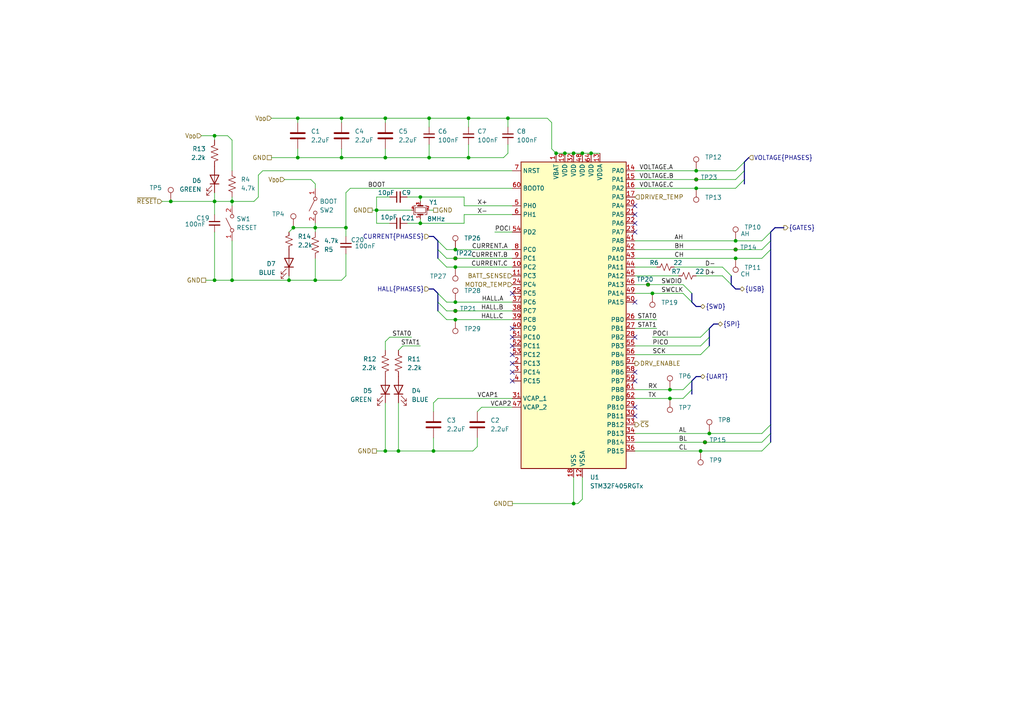
<source format=kicad_sch>
(kicad_sch (version 20231120) (generator "eeschema") (generator_version "8.0")
  (paper "A4")
  (title_block (title "OpenMC") (date "2024-06-06") (rev "1") (company "Crab Labs") (comment 1 "Author: Orion Serup") (comment 2 "License: CERN-OHW-W-2.0"))
  (lib_symbols
    (symbol "Connector:TestPoint" (pin_numbers hide) (pin_names (offset 0.762) hide)
      (property "Reference" "TP" (at 0 6.858 0))
      (property "Value" "TestPoint" (at 0 5.08 0))
      (symbol "TestPoint_0_1"
        (circle (center 0 3.302) (radius 0.762))
      )
      (symbol "TestPoint_1_1"
        (pin passive line (at 0 0 90) (length 2.54) (name "1") (number "1"))
      )
    )
    (symbol "Connector:TestPoint_Small" (pin_numbers hide) (pin_names (offset 0.762) hide)
      (property "Reference" "TP" (at 0 3.81 0))
      (property "Value" "TestPoint_Small" (at 0 2.032 0))
      (symbol "TestPoint_Small_0_1"
        (circle (center 0 0) (radius 0.508))
      )
      (symbol "TestPoint_Small_1_1"
        (pin passive line (at 0 0 90) (length 0) (name "1") (number "1"))
      )
    )
    (symbol "Device:C" (pin_numbers hide) (pin_names (offset 0.254))
      (property "Reference" "C" (at 0.635 2.54 0))
      (property "Value" "C" (at 0.635 -2.54 0))
      (symbol "C_0_1"
        (polyline (pts (xy -2.032 -0.762) (xy 2.032 -0.762)) (stroke (width 0.508)))
        (polyline (pts (xy -2.032 0.762) (xy 2.032 0.762)) (stroke (width 0.508)))
      )
      (symbol "C_1_1"
        (pin passive line (at 0 3.81 270) (length 2.794) (name "~") (number "1"))
        (pin passive line (at 0 -3.81 90) (length 2.794) (name "~") (number "2"))
      )
    )
    (symbol "Device:C_Small" (pin_numbers hide) (pin_names (offset 0.254) hide)
      (property "Reference" "C" (at 0.254 1.778 0))
      (property "Value" "C_Small" (at 0.254 -2.032 0))
      (symbol "C_Small_0_1"
        (polyline (pts (xy -1.524 -0.508) (xy 1.524 -0.508)) (stroke (width 0.3302)))
        (polyline (pts (xy -1.524 0.508) (xy 1.524 0.508)) (stroke (width 0.3048)))
      )
      (symbol "C_Small_1_1"
        (pin passive line (at 0 2.54 270) (length 2.032) (name "~") (number "1"))
        (pin passive line (at 0 -2.54 90) (length 2.032) (name "~") (number "2"))
      )
    )
    (symbol "Device:Crystal_GND24_Small" (pin_names (offset 1.016) hide)
      (property "Reference" "Y" (at 1.27 4.445 0))
      (property "Value" "Crystal_GND24_Small" (at 1.27 2.54 0))
      (symbol "Crystal_GND24_Small_0_1"
        (rectangle (start -0.762 -1.524) (end 0.762 1.524))
        (polyline (pts (xy -1.27 -0.762) (xy -1.27 0.762)) (stroke (width 0.381)))
        (polyline (pts (xy 1.27 -0.762) (xy 1.27 0.762)) (stroke (width 0.381)))
        (polyline (pts (xy -1.27 -1.27) (xy -1.27 -1.905) (xy 1.27 -1.905) (xy 1.27 -1.27)))
        (polyline (pts (xy -1.27 1.27) (xy -1.27 1.905) (xy 1.27 1.905) (xy 1.27 1.27)))
      )
      (symbol "Crystal_GND24_Small_1_1"
        (pin passive line (at -2.54 0 0) (length 1.27) (name "1") (number "1"))
        (pin passive line (at 0 -2.54 90) (length 0.635) (name "2") (number "2"))
        (pin passive line (at 2.54 0 180) (length 1.27) (name "3") (number "3"))
        (pin passive line (at 0 2.54 270) (length 0.635) (name "4") (number "4"))
      )
    )
    (symbol "Device:LED" (pin_numbers hide) (pin_names (offset 1.016) hide)
      (property "Reference" "D" (at 0 2.54 0))
      (property "Value" "LED" (at 0 -2.54 0))
      (symbol "LED_0_1"
        (polyline (pts (xy -1.27 -1.27) (xy -1.27 1.27)) (stroke (width 0.254)))
        (polyline (pts (xy -1.27 0) (xy 1.27 0)))
        (polyline (pts (xy 1.27 -1.27) (xy 1.27 1.27) (xy -1.27 0) (xy 1.27 -1.27)) (stroke (width 0.254)))
        (polyline (pts (xy -3.048 -0.762) (xy -4.572 -2.286) (xy -3.81 -2.286) (xy -4.572 -2.286) (xy -4.572 -1.524)))
        (polyline (pts (xy -1.778 -0.762) (xy -3.302 -2.286) (xy -2.54 -2.286) (xy -3.302 -2.286) (xy -3.302 -1.524)))
      )
      (symbol "LED_1_1"
        (pin passive line (at -3.81 0 0) (length 2.54) (name "K") (number "1"))
        (pin passive line (at 3.81 0 180) (length 2.54) (name "A") (number "2"))
      )
    )
    (symbol "Device:R_Small_US" (pin_numbers hide) (pin_names (offset 0.254) hide)
      (property "Reference" "R" (at 0.762 0.508 0))
      (property "Value" "R_Small_US" (at 0.762 -1.016 0))
      (symbol "R_Small_US_1_1"
        (polyline (pts (xy 0 0) (xy 1.016 -0.381) (xy 0 -0.762) (xy -1.016 -1.143) (xy 0 -1.524)))
        (polyline (pts (xy 0 1.524) (xy 1.016 1.143) (xy 0 0.762) (xy -1.016 0.381) (xy 0 0)))
        (pin passive line (at 0 2.54 270) (length 1.016) (name "~") (number "1"))
        (pin passive line (at 0 -2.54 90) (length 1.016) (name "~") (number "2"))
      )
    )
    (symbol "Device:R_US" (pin_numbers hide) (pin_names (offset 0))
      (property "Reference" "R" (at 2.54 0 90))
      (property "Value" "R_US" (at -2.54 0 90))
      (symbol "R_US_0_1"
        (polyline (pts (xy 0 -2.286) (xy 0 -2.54)))
        (polyline (pts (xy 0 2.286) (xy 0 2.54)))
        (polyline (pts (xy 0 -0.762) (xy 1.016 -1.143) (xy 0 -1.524) (xy -1.016 -1.905) (xy 0 -2.286)))
        (polyline (pts (xy 0 0.762) (xy 1.016 0.381) (xy 0 0) (xy -1.016 -0.381) (xy 0 -0.762)))
        (polyline (pts (xy 0 2.286) (xy 1.016 1.905) (xy 0 1.524) (xy -1.016 1.143) (xy 0 0.762)))
      )
      (symbol "R_US_1_1"
        (pin passive line (at 0 3.81 270) (length 1.27) (name "~") (number "1"))
        (pin passive line (at 0 -3.81 90) (length 1.27) (name "~") (number "2"))
      )
    )
    (symbol "MCU_ST_STM32F4:STM32F405RGTx"
      (property "Reference" "U" (at -15.24 46.99 0))
      (property "Value" "STM32F405RGTx" (at 10.16 46.99 0))
      (symbol "STM32F405RGTx_0_1"
        (rectangle (start -15.24 -43.18) (end 15.24 45.72) (stroke (width 0.254)) (fill (type background)))
      )
      (symbol "STM32F405RGTx_1_1"
        (pin power_in line (at -5.08 48.26 270) (length 2.54) (name "VBAT") (number "1"))
        (pin bidirectional line (at -17.78 15.24 0) (length 2.54) (name "PC2") (number "10"))
        (pin bidirectional line (at -17.78 12.7 0) (length 2.54) (name "PC3") (number "11"))
        (pin power_in line (at 2.54 -45.72 90) (length 2.54) (name "VSSA") (number "12"))
        (pin power_in line (at 7.62 48.26 270) (length 2.54) (name "VDDA") (number "13"))
        (pin bidirectional line (at 17.78 43.18 180) (length 2.54) (name "PA0") (number "14"))
        (pin bidirectional line (at 17.78 40.64 180) (length 2.54) (name "PA1") (number "15"))
        (pin bidirectional line (at 17.78 38.1 180) (length 2.54) (name "PA2") (number "16"))
        (pin bidirectional line (at 17.78 35.56 180) (length 2.54) (name "PA3") (number "17"))
        (pin power_in line (at 0 -45.72 90) (length 2.54) (name "VSS") (number "18"))
        (pin power_in line (at -2.54 48.26 270) (length 2.54) (name "VDD") (number "19"))
        (pin bidirectional line (at -17.78 -12.7 0) (length 2.54) (name "PC13") (number "2"))
        (pin bidirectional line (at 17.78 33.02 180) (length 2.54) (name "PA4") (number "20"))
        (pin bidirectional line (at 17.78 30.48 180) (length 2.54) (name "PA5") (number "21"))
        (pin bidirectional line (at 17.78 27.94 180) (length 2.54) (name "PA6") (number "22"))
        (pin bidirectional line (at 17.78 25.4 180) (length 2.54) (name "PA7") (number "23"))
        (pin bidirectional line (at -17.78 10.16 0) (length 2.54) (name "PC4") (number "24"))
        (pin bidirectional line (at -17.78 7.62 0) (length 2.54) (name "PC5") (number "25"))
        (pin bidirectional line (at 17.78 0 180) (length 2.54) (name "PB0") (number "26"))
        (pin bidirectional line (at 17.78 -2.54 180) (length 2.54) (name "PB1") (number "27"))
        (pin bidirectional line (at 17.78 -5.08 180) (length 2.54) (name "PB2") (number "28"))
        (pin bidirectional line (at 17.78 -25.4 180) (length 2.54) (name "PB10") (number "29"))
        (pin bidirectional line (at -17.78 -15.24 0) (length 2.54) (name "PC14") (number "3"))
        (pin bidirectional line (at 17.78 -27.94 180) (length 2.54) (name "PB11") (number "30"))
        (pin power_out line (at -17.78 -22.86 0) (length 2.54) (name "VCAP_1") (number "31"))
        (pin power_in line (at 0 48.26 270) (length 2.54) (name "VDD") (number "32"))
        (pin bidirectional line (at 17.78 -30.48 180) (length 2.54) (name "PB12") (number "33"))
        (pin bidirectional line (at 17.78 -33.02 180) (length 2.54) (name "PB13") (number "34"))
        (pin bidirectional line (at 17.78 -35.56 180) (length 2.54) (name "PB14") (number "35"))
        (pin bidirectional line (at 17.78 -38.1 180) (length 2.54) (name "PB15") (number "36"))
        (pin bidirectional line (at -17.78 5.08 0) (length 2.54) (name "PC6") (number "37"))
        (pin bidirectional line (at -17.78 2.54 0) (length 2.54) (name "PC7") (number "38"))
        (pin bidirectional line (at -17.78 0 0) (length 2.54) (name "PC8") (number "39"))
        (pin bidirectional line (at -17.78 -17.78 0) (length 2.54) (name "PC15") (number "4"))
        (pin bidirectional line (at -17.78 -2.54 0) (length 2.54) (name "PC9") (number "40"))
        (pin bidirectional line (at 17.78 22.86 180) (length 2.54) (name "PA8") (number "41"))
        (pin bidirectional line (at 17.78 20.32 180) (length 2.54) (name "PA9") (number "42"))
        (pin bidirectional line (at 17.78 17.78 180) (length 2.54) (name "PA10") (number "43"))
        (pin bidirectional line (at 17.78 15.24 180) (length 2.54) (name "PA11") (number "44"))
        (pin bidirectional line (at 17.78 12.7 180) (length 2.54) (name "PA12") (number "45"))
        (pin bidirectional line (at 17.78 10.16 180) (length 2.54) (name "PA13") (number "46"))
        (pin power_out line (at -17.78 -25.4 0) (length 2.54) (name "VCAP_2") (number "47"))
        (pin power_in line (at 2.54 48.26 270) (length 2.54) (name "VDD") (number "48"))
        (pin bidirectional line (at 17.78 7.62 180) (length 2.54) (name "PA14") (number "49"))
        (pin bidirectional line (at -17.78 33.02 0) (length 2.54) (name "PH0") (number "5"))
        (pin bidirectional line (at 17.78 5.08 180) (length 2.54) (name "PA15") (number "50"))
        (pin bidirectional line (at -17.78 -5.08 0) (length 2.54) (name "PC10") (number "51"))
        (pin bidirectional line (at -17.78 -7.62 0) (length 2.54) (name "PC11") (number "52"))
        (pin bidirectional line (at -17.78 -10.16 0) (length 2.54) (name "PC12") (number "53"))
        (pin bidirectional line (at -17.78 25.4 0) (length 2.54) (name "PD2") (number "54"))
        (pin bidirectional line (at 17.78 -7.62 180) (length 2.54) (name "PB3") (number "55"))
        (pin bidirectional line (at 17.78 -10.16 180) (length 2.54) (name "PB4") (number "56"))
        (pin bidirectional line (at 17.78 -12.7 180) (length 2.54) (name "PB5") (number "57"))
        (pin bidirectional line (at 17.78 -15.24 180) (length 2.54) (name "PB6") (number "58"))
        (pin bidirectional line (at 17.78 -17.78 180) (length 2.54) (name "PB7") (number "59"))
        (pin bidirectional line (at -17.78 30.48 0) (length 2.54) (name "PH1") (number "6"))
        (pin input line (at -17.78 38.1 0) (length 2.54) (name "BOOT0") (number "60"))
        (pin bidirectional line (at 17.78 -20.32 180) (length 2.54) (name "PB8") (number "61"))
        (pin bidirectional line (at 17.78 -22.86 180) (length 2.54) (name "PB9") (number "62"))
        (pin passive line (at 0 -45.72 90) (length 2.54) hide (name "VSS") (number "63"))
        (pin power_in line (at 5.08 48.26 270) (length 2.54) (name "VDD") (number "64"))
        (pin input line (at -17.78 43.18 0) (length 2.54) (name "NRST") (number "7"))
        (pin bidirectional line (at -17.78 20.32 0) (length 2.54) (name "PC0") (number "8"))
        (pin bidirectional line (at -17.78 17.78 0) (length 2.54) (name "PC1") (number "9"))
      )
    )
    (symbol "Switch:SW_SPST" (pin_names (offset 0) hide)
      (property "Reference" "SW" (at 0 3.175 0))
      (property "Value" "SW_SPST" (at 0 -2.54 0))
      (symbol "SW_SPST_0_0"
        (circle (center -2.032 0) (radius 0.508))
        (polyline (pts (xy -1.524 0.254) (xy 1.524 1.778)))
        (circle (center 2.032 0) (radius 0.508))
      )
      (symbol "SW_SPST_1_1"
        (pin passive line (at -5.08 0 0) (length 2.54) (name "A") (number "1"))
        (pin passive line (at 5.08 0 180) (length 2.54) (name "B") (number "2"))
      )
    )
  )
  (bus_alias "CAN" (members "CAN+" "CAN-"))
  (bus_alias "GATES" (members "AH" "AL" "BH" "BL" "CH" "CL"))
  (bus_alias "PHASES" (members "A" "B" "C"))
  (bus_alias "SPI" (members "PICO" "POCI" "SCK" ""))
  (bus_alias "SWD" (members "SWDIO" "SWCLK"))
  (bus_alias "UART" (members "RX" "TX"))
  (bus_alias "USB" (members "D+" "D-"))
  (junction (at 100.33 66.04))
  (junction (at 115.57 130.81))
  (junction (at 163.83 44.45))
  (junction (at 166.37 146.05))
  (junction (at 166.37 44.45))
  (junction (at 213.36 72.39))
  (junction (at 99.06 45.72))
  (junction (at 203.2 130.81))
  (junction (at 85.09 66.04))
  (junction (at 135.89 34.29))
  (junction (at 132.08 74.93))
  (junction (at 168.91 44.45))
  (junction (at 132.08 90.17))
  (junction (at 204.47 128.27))
  (junction (at 62.23 58.42))
  (junction (at 147.32 34.29))
  (junction (at 67.31 58.42))
  (junction (at 91.44 66.04))
  (junction (at 109.22 60.96))
  (junction (at 132.08 87.63))
  (junction (at 62.23 81.28))
  (junction (at 111.76 34.29))
  (junction (at 86.36 34.29))
  (junction (at 201.93 52.07))
  (junction (at 201.93 54.61))
  (junction (at 124.46 45.72))
  (junction (at 132.08 77.47))
  (junction (at 213.36 74.93))
  (junction (at 121.92 64.77))
  (junction (at 91.44 81.28))
  (junction (at 187.96 82.55))
  (junction (at 194.31 115.57))
  (junction (at 99.06 34.29))
  (junction (at 125.73 130.81))
  (junction (at 67.31 81.28))
  (junction (at 189.23 85.09))
  (junction (at 171.45 44.45))
  (junction (at 161.29 44.45))
  (junction (at 213.36 69.85))
  (junction (at 86.36 45.72))
  (junction (at 205.74 125.73))
  (junction (at 124.46 34.29))
  (junction (at 121.92 57.15))
  (junction (at 62.23 39.37))
  (junction (at 83.82 81.28))
  (junction (at 135.89 45.72))
  (junction (at 111.76 45.72))
  (junction (at 49.53 58.42))
  (junction (at 194.31 113.03))
  (junction (at 132.08 92.71))
  (junction (at 132.08 72.39))
  (junction (at 201.93 49.53))
  (junction (at 111.76 130.81))
  (no_connect (at 184.15 118.11))
  (no_connect (at 184.15 97.79))
  (no_connect (at 184.15 87.63))
  (no_connect (at 148.59 95.25))
  (no_connect (at 184.15 120.65))
  (no_connect (at 184.15 62.23))
  (no_connect (at 148.59 85.09))
  (no_connect (at 184.15 107.95))
  (no_connect (at 148.59 107.95))
  (no_connect (at 148.59 110.49))
  (no_connect (at 184.15 110.49))
  (no_connect (at 184.15 67.31))
  (no_connect (at 148.59 102.87))
  (no_connect (at 148.59 97.79))
  (no_connect (at 148.59 100.33))
  (no_connect (at 184.15 59.69))
  (no_connect (at 148.59 105.41))
  (no_connect (at 184.15 64.77))
  (bus_entry (at 127 72.39) (size 2.54 2.54))
  (bus_entry (at 223.52 67.31) (size -2.54 2.54))
  (bus_entry (at 215.9 49.53) (size -2.54 2.54))
  (bus_entry (at 223.52 125.73) (size -2.54 2.54))
  (bus_entry (at 200.66 113.03) (size -2.54 2.54))
  (bus_entry (at 200.66 85.09) (size -2.54 -2.54))
  (bus_entry (at 127 87.63) (size 2.54 2.54))
  (bus_entry (at 127 69.85) (size 2.54 2.54))
  (bus_entry (at 223.52 128.27) (size -2.54 2.54))
  (bus_entry (at 127 90.17) (size 2.54 2.54))
  (bus_entry (at 205.74 95.25) (size -2.54 2.54))
  (bus_entry (at 200.66 87.63) (size -2.54 -2.54))
  (bus_entry (at 127 85.09) (size 2.54 2.54))
  (bus_entry (at 205.74 100.33) (size -2.54 2.54))
  (bus_entry (at 223.52 123.19) (size -2.54 2.54))
  (bus_entry (at 215.9 52.07) (size -2.54 2.54))
  (bus_entry (at 200.66 110.49) (size -2.54 2.54))
  (bus_entry (at 127 74.93) (size 2.54 2.54))
  (bus_entry (at 212.09 82.55) (size -2.54 -2.54))
  (bus_entry (at 205.74 97.79) (size -2.54 2.54))
  (bus_entry (at 223.52 69.85) (size -2.54 2.54))
  (bus_entry (at 212.09 80.01) (size -2.54 -2.54))
  (bus_entry (at 215.9 46.99) (size -2.54 2.54))
  (bus_entry (at 223.52 72.39) (size -2.54 2.54))
  (wire (pts (xy 125.73 130.81) (xy 137.16 130.81)))
  (wire (pts (xy 67.31 81.28) (xy 83.82 81.28)))
  (wire (pts (xy 76.2 49.53) (xy 148.59 49.53)))
  (wire (pts (xy 195.58 77.47) (xy 209.55 77.47)))
  (wire (pts (xy 115.57 130.81) (xy 125.73 130.81)))
  (wire (pts (xy 205.74 125.73) (xy 220.98 125.73)))
  (wire (pts (xy 184.15 72.39) (xy 213.36 72.39)))
  (wire (pts (xy 124.46 41.91) (xy 124.46 45.72)))
  (wire (pts (xy 184.15 125.73) (xy 205.74 125.73)))
  (wire (pts (xy 138.43 119.38) (xy 139.7 118.11)))
  (bus (pts (xy 213.36 83.82) (xy 214.63 83.82)))
  (wire (pts (xy 86.36 34.29) (xy 99.06 34.29)))
  (bus (pts (xy 127 72.39) (xy 127 74.93)))
  (wire (pts (xy 86.36 34.29) (xy 86.36 35.56)))
  (wire (pts (xy 83.82 81.28) (xy 91.44 81.28)))
  (wire (pts (xy 125.73 116.84) (xy 127 115.57)))
  (wire (pts (xy 213.36 69.85) (xy 220.98 69.85)))
  (wire (pts (xy 116.84 100.33) (xy 115.57 101.6)))
  (wire (pts (xy 184.15 54.61) (xy 201.93 54.61)))
  (wire (pts (xy 166.37 146.05) (xy 167.64 146.05)))
  (bus (pts (xy 223.52 123.19) (xy 223.52 125.73)))
  (wire (pts (xy 111.76 43.18) (xy 111.76 45.72)))
  (wire (pts (xy 184.15 113.03) (xy 194.31 113.03)))
  (wire (pts (xy 201.93 54.61) (xy 213.36 54.61)))
  (wire (pts (xy 100.33 73.66) (xy 100.33 80.01)))
  (wire (pts (xy 167.64 146.05) (xy 168.91 144.78)))
  (bus (pts (xy 223.52 72.39) (xy 223.52 123.19)))
  (wire (pts (xy 184.15 95.25) (xy 190.5 95.25)))
  (bus (pts (xy 200.66 110.49) (xy 200.66 113.03)))
  (wire (pts (xy 118.11 57.15) (xy 121.92 57.15)))
  (wire (pts (xy 184.15 128.27) (xy 204.47 128.27)))
  (wire (pts (xy 111.76 116.84) (xy 111.76 130.81)))
  (wire (pts (xy 134.62 59.69) (xy 148.59 59.69)))
  (bus (pts (xy 124.46 83.82) (xy 125.73 83.82)))
  (wire (pts (xy 115.57 116.84) (xy 115.57 130.81)))
  (wire (pts (xy 62.23 58.42) (xy 62.23 62.23)))
  (wire (pts (xy 187.96 82.55) (xy 198.12 82.55)))
  (wire (pts (xy 163.83 44.45) (xy 166.37 44.45)))
  (wire (pts (xy 147.32 34.29) (xy 147.32 36.83)))
  (bus (pts (xy 215.9 52.07) (xy 215.9 53.34)))
  (wire (pts (xy 138.43 127) (xy 138.43 129.54)))
  (bus (pts (xy 201.93 109.22) (xy 203.2 109.22)))
  (wire (pts (xy 59.69 81.28) (xy 62.23 81.28)))
  (bus (pts (xy 125.73 83.82) (xy 127 85.09)))
  (wire (pts (xy 146.05 45.72) (xy 147.32 44.45)))
  (wire (pts (xy 111.76 34.29) (xy 124.46 34.29)))
  (bus (pts (xy 213.36 83.82) (xy 212.09 82.55)))
  (wire (pts (xy 160.02 35.56) (xy 160.02 43.18)))
  (wire (pts (xy 111.76 45.72) (xy 124.46 45.72)))
  (wire (pts (xy 116.84 100.33) (xy 121.92 100.33)))
  (wire (pts (xy 62.23 39.37) (xy 66.04 39.37)))
  (wire (pts (xy 184.15 100.33) (xy 203.2 100.33)))
  (wire (pts (xy 90.17 52.07) (xy 91.44 53.34)))
  (wire (pts (xy 107.95 60.96) (xy 109.22 60.96)))
  (wire (pts (xy 201.93 49.53) (xy 213.36 49.53)))
  (wire (pts (xy 184.15 115.57) (xy 194.31 115.57)))
  (wire (pts (xy 184.15 52.07) (xy 201.93 52.07)))
  (wire (pts (xy 109.22 57.15) (xy 113.03 57.15)))
  (wire (pts (xy 85.09 66.04) (xy 83.82 67.31)))
  (wire (pts (xy 111.76 34.29) (xy 111.76 35.56)))
  (wire (pts (xy 148.59 146.05) (xy 166.37 146.05)))
  (wire (pts (xy 91.44 64.77) (xy 91.44 66.04)))
  (wire (pts (xy 147.32 34.29) (xy 158.75 34.29)))
  (wire (pts (xy 121.92 57.15) (xy 134.62 57.15)))
  (wire (pts (xy 135.89 34.29) (xy 147.32 34.29)))
  (wire (pts (xy 135.89 45.72) (xy 146.05 45.72)))
  (bus (pts (xy 201.93 88.9) (xy 203.2 88.9)))
  (wire (pts (xy 83.82 81.28) (xy 83.82 80.01)))
  (wire (pts (xy 99.06 34.29) (xy 111.76 34.29)))
  (wire (pts (xy 135.89 34.29) (xy 135.89 36.83)))
  (wire (pts (xy 100.33 55.88) (xy 100.33 66.04)))
  (wire (pts (xy 121.92 63.5) (xy 121.92 64.77)))
  (wire (pts (xy 213.36 72.39) (xy 220.98 72.39)))
  (bus (pts (xy 127 69.85) (xy 127 72.39)))
  (wire (pts (xy 125.73 127) (xy 125.73 130.81)))
  (wire (pts (xy 67.31 69.85) (xy 67.31 81.28)))
  (wire (pts (xy 100.33 66.04) (xy 100.33 68.58)))
  (wire (pts (xy 132.08 92.71) (xy 148.59 92.71)))
  (bus (pts (xy 223.52 69.85) (xy 223.52 72.39)))
  (wire (pts (xy 67.31 57.15) (xy 67.31 58.42)))
  (wire (pts (xy 109.22 60.96) (xy 119.38 60.96)))
  (wire (pts (xy 137.16 130.81) (xy 138.43 129.54)))
  (bus (pts (xy 205.74 97.79) (xy 205.74 100.33)))
  (wire (pts (xy 46.99 58.42) (xy 49.53 58.42)))
  (wire (pts (xy 101.6 54.61) (xy 148.59 54.61)))
  (wire (pts (xy 82.55 52.07) (xy 90.17 52.07)))
  (wire (pts (xy 184.15 74.93) (xy 213.36 74.93)))
  (wire (pts (xy 67.31 58.42) (xy 73.66 58.42)))
  (bus (pts (xy 124.46 68.58) (xy 125.73 68.58)))
  (wire (pts (xy 184.15 92.71) (xy 190.5 92.71)))
  (wire (pts (xy 147.32 41.91) (xy 147.32 44.45)))
  (wire (pts (xy 62.23 81.28) (xy 67.31 81.28)))
  (bus (pts (xy 201.93 109.22) (xy 200.66 110.49)))
  (wire (pts (xy 113.03 97.79) (xy 119.38 97.79)))
  (wire (pts (xy 129.54 74.93) (xy 132.08 74.93)))
  (wire (pts (xy 111.76 130.81) (xy 115.57 130.81)))
  (bus (pts (xy 201.93 88.9) (xy 200.66 87.63)))
  (wire (pts (xy 99.06 45.72) (xy 111.76 45.72)))
  (wire (pts (xy 129.54 92.71) (xy 132.08 92.71)))
  (wire (pts (xy 143.51 67.31) (xy 148.59 67.31)))
  (wire (pts (xy 129.54 72.39) (xy 132.08 72.39)))
  (bus (pts (xy 212.09 82.55) (xy 212.09 80.01)))
  (bus (pts (xy 207.01 93.98) (xy 205.74 95.25)))
  (wire (pts (xy 121.92 64.77) (xy 134.62 64.77)))
  (wire (pts (xy 67.31 40.64) (xy 67.31 49.53)))
  (bus (pts (xy 224.79 66.04) (xy 227.33 66.04)))
  (wire (pts (xy 171.45 44.45) (xy 173.99 44.45)))
  (wire (pts (xy 109.22 57.15) (xy 109.22 60.96)))
  (wire (pts (xy 168.91 138.43) (xy 168.91 144.78)))
  (wire (pts (xy 99.06 34.29) (xy 99.06 35.56)))
  (wire (pts (xy 189.23 97.79) (xy 203.2 97.79)))
  (bus (pts (xy 224.79 66.04) (xy 223.52 67.31)))
  (wire (pts (xy 194.31 113.03) (xy 198.12 113.03)))
  (wire (pts (xy 74.93 57.15) (xy 73.66 58.42)))
  (wire (pts (xy 100.33 55.88) (xy 101.6 54.61)))
  (wire (pts (xy 168.91 44.45) (xy 171.45 44.45)))
  (wire (pts (xy 109.22 60.96) (xy 109.22 64.77)))
  (wire (pts (xy 184.15 82.55) (xy 187.96 82.55)))
  (wire (pts (xy 161.29 44.45) (xy 163.83 44.45)))
  (wire (pts (xy 166.37 138.43) (xy 166.37 146.05)))
  (wire (pts (xy 194.31 115.57) (xy 198.12 115.57)))
  (wire (pts (xy 91.44 66.04) (xy 100.33 66.04)))
  (wire (pts (xy 166.37 44.45) (xy 168.91 44.45)))
  (wire (pts (xy 132.08 74.93) (xy 148.59 74.93)))
  (bus (pts (xy 217.17 45.72) (xy 215.9 46.99)))
  (bus (pts (xy 127 85.09) (xy 127 87.63)))
  (wire (pts (xy 135.89 41.91) (xy 135.89 45.72)))
  (wire (pts (xy 129.54 90.17) (xy 132.08 90.17)))
  (wire (pts (xy 76.2 49.53) (xy 74.93 50.8)))
  (wire (pts (xy 125.73 119.38) (xy 125.73 116.84)))
  (wire (pts (xy 124.46 34.29) (xy 124.46 36.83)))
  (wire (pts (xy 74.93 50.8) (xy 74.93 57.15)))
  (wire (pts (xy 184.15 77.47) (xy 190.5 77.47)))
  (wire (pts (xy 91.44 81.28) (xy 99.06 81.28)))
  (wire (pts (xy 62.23 67.31) (xy 62.23 81.28)))
  (wire (pts (xy 113.03 97.79) (xy 111.76 99.06)))
  (wire (pts (xy 62.23 39.37) (xy 62.23 40.64)))
  (wire (pts (xy 66.04 39.37) (xy 67.31 40.64)))
  (wire (pts (xy 111.76 99.06) (xy 111.76 101.6)))
  (bus (pts (xy 215.9 46.99) (xy 215.9 49.53)))
  (wire (pts (xy 184.15 85.09) (xy 189.23 85.09)))
  (wire (pts (xy 124.46 45.72) (xy 135.89 45.72)))
  (wire (pts (xy 134.62 57.15) (xy 134.62 59.69)))
  (wire (pts (xy 62.23 58.42) (xy 67.31 58.42)))
  (wire (pts (xy 160.02 43.18) (xy 161.29 44.45)))
  (wire (pts (xy 129.54 87.63) (xy 132.08 87.63)))
  (wire (pts (xy 201.93 80.01) (xy 209.55 80.01)))
  (bus (pts (xy 223.52 67.31) (xy 223.52 69.85)))
  (bus (pts (xy 215.9 49.53) (xy 215.9 52.07)))
  (wire (pts (xy 213.36 74.93) (xy 220.98 74.93)))
  (wire (pts (xy 203.2 130.81) (xy 220.98 130.81)))
  (wire (pts (xy 201.93 52.07) (xy 213.36 52.07)))
  (wire (pts (xy 134.62 62.23) (xy 148.59 62.23)))
  (wire (pts (xy 99.06 43.18) (xy 99.06 45.72)))
  (wire (pts (xy 49.53 58.42) (xy 62.23 58.42)))
  (wire (pts (xy 127 115.57) (xy 148.59 115.57)))
  (wire (pts (xy 78.74 45.72) (xy 86.36 45.72)))
  (wire (pts (xy 189.23 85.09) (xy 198.12 85.09)))
  (wire (pts (xy 121.92 57.15) (xy 121.92 58.42)))
  (wire (pts (xy 91.44 74.93) (xy 91.44 81.28)))
  (bus (pts (xy 205.74 95.25) (xy 205.74 97.79)))
  (wire (pts (xy 184.15 102.87) (xy 203.2 102.87)))
  (wire (pts (xy 139.7 118.11) (xy 148.59 118.11)))
  (wire (pts (xy 86.36 43.18) (xy 86.36 45.72)))
  (wire (pts (xy 204.47 128.27) (xy 220.98 128.27)))
  (wire (pts (xy 109.22 64.77) (xy 113.03 64.77)))
  (wire (pts (xy 184.15 130.81) (xy 203.2 130.81)))
  (bus (pts (xy 208.28 93.98) (xy 207.01 93.98)))
  (wire (pts (xy 124.46 34.29) (xy 135.89 34.29)))
  (bus (pts (xy 127 87.63) (xy 127 90.17)))
  (wire (pts (xy 62.23 55.88) (xy 62.23 58.42)))
  (wire (pts (xy 129.54 77.47) (xy 132.08 77.47)))
  (wire (pts (xy 100.33 80.01) (xy 99.06 81.28)))
  (wire (pts (xy 184.15 80.01) (xy 196.85 80.01)))
  (wire (pts (xy 158.75 34.29) (xy 160.02 35.56)))
  (wire (pts (xy 184.15 69.85) (xy 213.36 69.85)))
  (wire (pts (xy 118.11 64.77) (xy 121.92 64.77)))
  (wire (pts (xy 184.15 49.53) (xy 201.93 49.53)))
  (wire (pts (xy 58.42 39.37) (xy 62.23 39.37)))
  (wire (pts (xy 86.36 45.72) (xy 99.06 45.72)))
  (wire (pts (xy 132.08 90.17) (xy 148.59 90.17)))
  (wire (pts (xy 67.31 58.42) (xy 67.31 59.69)))
  (bus (pts (xy 200.66 87.63) (xy 200.66 85.09)))
  (wire (pts (xy 134.62 62.23) (xy 134.62 64.77)))
  (wire (pts (xy 78.74 34.29) (xy 86.36 34.29)))
  (wire (pts (xy 91.44 53.34) (xy 91.44 54.61)))
  (wire (pts (xy 132.08 77.47) (xy 148.59 77.47)))
  (bus (pts (xy 200.66 113.03) (xy 200.66 114.3)))
  (wire (pts (xy 124.46 60.96) (xy 125.73 60.96)))
  (bus (pts (xy 223.52 125.73) (xy 223.52 128.27)))
  (wire (pts (xy 132.08 72.39) (xy 148.59 72.39)))
  (wire (pts (xy 132.08 87.63) (xy 148.59 87.63)))
  (wire (pts (xy 109.22 130.81) (xy 111.76 130.81)))
  (wire (pts (xy 91.44 66.04) (xy 85.09 66.04)))
  (wire (pts (xy 91.44 66.04) (xy 91.44 67.31)))
  (bus (pts (xy 125.73 68.58) (xy 127 69.85)))
  (label "SCK" (at 189.23 102.87 0))
  (label "BL" (at 196.85 128.27 0))
  (label "STAT1" (at 190.5 95.25 180))
  (label "SWCLK" (at 191.77 85.09 0))
  (label "VCAP2" (at 142.24 118.11 0))
  (label "STAT1" (at 121.92 100.33 180))
  (label "BOOT" (at 106.68 54.61 0))
  (label "HALL.A" (at 139.7 87.63 0))
  (label "BH" (at 195.58 72.39 0))
  (label "PICO" (at 189.23 100.33 0))
  (label "HALL.B" (at 146.05 90.17 180))
  (label "AH" (at 195.58 69.85 0))
  (label "AL" (at 196.85 125.73 0))
  (label "HALL.C" (at 146.05 92.71 180))
  (label "POCI" (at 143.51 67.31 0))
  (label "RX" (at 187.96 113.03 0))
  (label "D+" (at 204.47 80.01 0))
  (label "VOLTAGE.A" (at 185.42 49.53 0))
  (label "TX" (at 187.96 115.57 0))
  (label "CL" (at 196.85 130.81 0))
  (label "VOLTAGE.C" (at 185.42 54.61 0))
  (label "CH" (at 195.58 74.93 0))
  (label "X-" (at 138.43 62.23 0))
  (label "CURRENT.C" (at 147.32 77.47 180))
  (label "CURRENT.A" (at 147.32 72.39 180))
  (label "CURRENT.B" (at 147.32 74.93 180))
  (label "VOLTAGE.B" (at 185.42 52.07 0))
  (label "STAT0" (at 119.38 97.79 180))
  (label "X+" (at 138.43 59.69 0))
  (label "D-" (at 204.47 77.47 0))
  (label "POCI" (at 189.23 97.79 0))
  (label "SWDIO" (at 191.77 82.55 0))
  (label "VCAP1" (at 138.43 115.57 0))
  (label "STAT0" (at 190.5 92.71 180))
  (hierarchical_label "CURRENT{PHASES}" (shape input) (at 124.46 68.58 180))
  (hierarchical_label "{USB}" (shape bidirectional) (at 214.63 83.82 0))
  (hierarchical_label "GND" (shape passive) (at 125.73 60.96 0))
  (hierarchical_label "{SPI}" (shape bidirectional) (at 208.28 93.98 0))
  (hierarchical_label "{UART}" (shape bidirectional) (at 203.2 109.22 0))
  (hierarchical_label "GND" (shape passive) (at 107.95 60.96 180))
  (hierarchical_label "VOLTAGE{PHASES}" (shape input) (at 217.17 45.72 0))
  (hierarchical_label "DRIVER_TEMP" (shape input) (at 184.15 57.15 0))
  (hierarchical_label "~{RESET}" (shape input) (at 46.99 58.42 180))
  (hierarchical_label "V_{DD}" (shape input) (at 82.55 52.07 180))
  (hierarchical_label "V_{DD}" (shape input) (at 58.42 39.37 180))
  (hierarchical_label "{GATES}" (shape output) (at 227.33 66.04 0))
  (hierarchical_label "~{CS}" (shape output) (at 184.15 123.19 0))
  (hierarchical_label "BATT_SENSE" (shape input) (at 148.59 80.01 180))
  (hierarchical_label "MOTOR_TEMP" (shape input) (at 148.59 82.55 180))
  (hierarchical_label "{SWD}" (shape bidirectional) (at 203.2 88.9 0))
  (hierarchical_label "GND" (shape passive) (at 148.59 146.05 180))
  (hierarchical_label "GND" (shape passive) (at 78.74 45.72 180))
  (hierarchical_label "GND" (shape passive) (at 109.22 130.81 180))
  (hierarchical_label "HALL{PHASES}" (shape input) (at 124.46 83.82 180))
  (hierarchical_label "DRV_ENABLE" (shape output) (at 184.15 105.41 0))
  (hierarchical_label "GND" (shape passive) (at 59.69 81.28 180))
  (hierarchical_label "V_{DD}" (shape input) (at 78.74 34.29 180))
  (symbol (lib_id "Device:R_US") (at 115.57 105.41 0) (unit 1)
    (property "Reference" "R11" (at 118.11 104.1399 0) (effects (justify left)))
    (property "Value" "2.2k" (at 118.11 106.6799 0) (effects (justify left)))
    (property "Footprint" "Resistor_SMD:R_0402_1005Metric" (effects (hide yes)))
    (property "Description" "Resistor, US symbol" (effects (hide yes)))
  )
  (symbol (lib_id "Connector:TestPoint") (at 201.93 54.61 180) (unit 1)
    (property "Reference" "TP13" (at 204.47 57.2769 0) (effects (justify right)))
    (property "Value" "${SHORT_NET_NAME(1)}" (effects (hide yes)))
    (property "Footprint" "TestPoint:TestPoint_Pad_D1.0mm" (effects (hide yes)))
    (property "Description" "test point" (effects (hide yes)))
  )
  (symbol (lib_id "Device:C_Small") (at 62.23 64.77 0) (unit 1)
    (property "Reference" "C19" (at 56.896 63.246 0) (effects (justify left)))
    (property "Value" "100nF" (at 53.594 65.024 0) (effects (justify left)))
    (property "Footprint" "Capacitor_SMD:C_0402_1005Metric" (effects (hide yes)))
    (property "Description" "Unpolarized capacitor, small symbol" (effects (hide yes)))
  )
  (symbol (lib_id "Connector:TestPoint") (at 189.23 85.09 180) (unit 1)
    (property "Reference" "TP19" (at 191.77 87.7569 0) (effects (justify right)))
    (property "Value" "${SHORT_NET_NAME(1)}" (effects (hide yes)))
    (property "Footprint" "TestPoint:TestPoint_Pad_D1.0mm" (effects (hide yes)))
    (property "Description" "test point" (effects (hide yes)))
  )
  (symbol (lib_id "Connector:TestPoint") (at 201.93 49.53 0) (unit 1)
    (property "Reference" "TP12" (at 204.47 45.5929 0) (effects (justify left)))
    (property "Value" "${SHORT_NET_NAME(1)}" (effects (hide yes)))
    (property "Footprint" "TestPoint:TestPoint_Pad_D1.0mm" (effects (hide yes)))
    (property "Description" "test point" (effects (hide yes)))
  )
  (symbol (lib_id "Connector:TestPoint_Small") (at 204.47 128.27 0) (unit 1)
    (property "Reference" "TP15" (at 205.74 127.6349 0) (effects (justify left)))
    (property "Value" "${SHORT_NET_NAME(1)}" (effects (hide yes)))
    (property "Footprint" "TestPoint:TestPoint_Pad_D1.0mm" (effects (hide yes)))
    (property "Description" "test point" (effects (hide yes)))
  )
  (symbol (lib_id "Connector:TestPoint") (at 205.74 125.73 0) (unit 1)
    (property "Reference" "TP8" (at 208.28 121.7929 0) (effects (justify left)))
    (property "Value" "${SHORT_NET_NAME(1)}" (effects (hide yes)))
    (property "Footprint" "TestPoint:TestPoint_Pad_D1.0mm" (effects (hide yes)))
    (property "Description" "test point" (effects (hide yes)))
  )
  (symbol (lib_id "Device:LED") (at 111.76 113.03 270) (mirror x) (unit 1)
    (property "Reference" "D5" (at 107.95 113.3474 90) (effects (justify right)))
    (property "Value" "GREEN" (at 107.95 115.8874 90) (effects (justify right)))
    (property "Footprint" "LED_SMD:LED_0402_1005Metric" (effects (hide yes)))
    (property "Description" "Light emitting diode" (effects (hide yes)))
  )
  (symbol (lib_id "Device:C") (at 99.06 39.37 0) (unit 1)
    (property "Reference" "C4" (at 102.87 38.0999 0) (effects (justify left)))
    (property "Value" "2.2uF" (at 102.87 40.6399 0) (effects (justify left)))
    (property "Footprint" "Capacitor_SMD:C_0402_1005Metric" (effects (hide yes)))
    (property "Description" "Unpolarized capacitor" (effects (hide yes)))
  )
  (symbol (lib_id "Device:C_Small") (at 135.89 39.37 0) (unit 1)
    (property "Reference" "C7" (at 138.43 38.1062 0) (effects (justify left)))
    (property "Value" "100nF" (at 138.43 40.6462 0) (effects (justify left)))
    (property "Footprint" "Capacitor_SMD:C_0402_1005Metric" (effects (hide yes)))
    (property "Description" "Unpolarized capacitor, small symbol" (effects (hide yes)))
  )
  (symbol (lib_id "Connector:TestPoint_Small") (at 132.08 74.93 0) (unit 1)
    (property "Reference" "TP22" (at 132.08 73.406 0) (effects (justify left)))
    (property "Value" "${SHORT_NET_NAME(1)}" (effects (hide yes)))
    (property "Footprint" "TestPoint:TestPoint_Pad_D1.0mm" (effects (hide yes)))
    (property "Description" "test point" (effects (hide yes)))
  )
  (symbol (lib_id "Connector:TestPoint") (at 49.53 58.42 0) (mirror y) (unit 1)
    (property "Reference" "TP5" (at 46.99 54.4829 0) (effects (justify left)))
    (property "Value" "${SHORT_NET_NAME(1)}" (effects (hide yes)))
    (property "Footprint" "TestPoint:TestPoint_Pad_D1.0mm" (effects (hide yes)))
    (property "Description" "test point" (effects (hide yes)))
  )
  (symbol (lib_id "Device:C_Small") (at 115.57 57.15 90) (unit 1)
    (property "Reference" "C9" (at 117.856 55.88 90))
    (property "Value" "10pF" (at 112.014 55.88 90))
    (property "Footprint" "Capacitor_SMD:C_0402_1005Metric" (effects (hide yes)))
    (property "Description" "Unpolarized capacitor, small symbol" (effects (hide yes)))
  )
  (symbol (lib_id "Device:C") (at 111.76 39.37 0) (unit 1)
    (property "Reference" "C5" (at 115.57 38.0999 0) (effects (justify left)))
    (property "Value" "2.2uF" (at 115.57 40.6399 0) (effects (justify left)))
    (property "Footprint" "Capacitor_SMD:C_0402_1005Metric" (effects (hide yes)))
    (property "Description" "Unpolarized capacitor" (effects (hide yes)))
  )
  (symbol (lib_id "Device:R_US") (at 62.23 44.45 0) (mirror y) (unit 1)
    (property "Reference" "R13" (at 59.69 43.1799 0) (effects (justify left)))
    (property "Value" "2.2k" (at 59.69 45.7199 0) (effects (justify left)))
    (property "Footprint" "Resistor_SMD:R_0402_1005Metric" (effects (hide yes)))
    (property "Description" "Resistor, US symbol" (effects (hide yes)))
  )
  (symbol (lib_id "Connector:TestPoint") (at 203.2 130.81 180) (unit 1)
    (property "Reference" "TP9" (at 205.74 133.4769 0) (effects (justify right)))
    (property "Value" "${SHORT_NET_NAME(1)}" (effects (hide yes)))
    (property "Footprint" "TestPoint:TestPoint_Pad_D1.0mm" (effects (hide yes)))
    (property "Description" "test point" (effects (hide yes)))
  )
  (symbol (lib_id "Switch:SW_SPST") (at 91.44 59.69 90) (mirror x) (unit 1)
    (property "Reference" "SW2" (at 92.71 60.9601 90) (effects (justify right)))
    (property "Value" "BOOT" (at 92.71 58.4201 90) (effects (justify right)))
    (property "Footprint" "Button_Switch_SMD:SW_Push_1P1T_NO_CK_KMR2" (effects (hide yes)))
    (property "Description" "Single Pole Single Throw (SPST) switch" (effects (hide yes)))
  )
  (symbol (lib_id "Device:C") (at 138.43 123.19 0) (unit 1)
    (property "Reference" "C2" (at 142.24 121.9199 0) (effects (justify left)))
    (property "Value" "2.2uF" (at 142.24 124.4599 0) (effects (justify left)))
    (property "Footprint" "Capacitor_SMD:C_0402_1005Metric" (effects (hide yes)))
    (property "Description" "Unpolarized capacitor" (effects (hide yes)))
  )
  (symbol (lib_id "Device:C") (at 86.36 39.37 0) (unit 1)
    (property "Reference" "C1" (at 90.17 38.0999 0) (effects (justify left)))
    (property "Value" "2.2uF" (at 90.17 40.6399 0) (effects (justify left)))
    (property "Footprint" "Capacitor_SMD:C_0402_1005Metric" (effects (hide yes)))
    (property "Description" "Unpolarized capacitor" (effects (hide yes)))
  )
  (symbol (lib_id "Connector:TestPoint_Small") (at 187.96 82.55 0) (unit 1)
    (property "Reference" "TP20" (at 184.658 81.026 0) (effects (justify left)))
    (property "Value" "${SHORT_NET_NAME(1)}" (effects (hide yes)))
    (property "Footprint" "TestPoint:TestPoint_Pad_D1.0mm" (effects (hide yes)))
    (property "Description" "test point" (effects (hide yes)))
  )
  (symbol (lib_id "Connector:TestPoint_Small") (at 213.36 72.39 0) (unit 1)
    (property "Reference" "TP14" (at 214.63 71.7549 0) (effects (justify left)))
    (property "Value" "${SHORT_NET_NAME(1)}" (effects (hide yes)))
    (property "Footprint" "TestPoint:TestPoint_Pad_D1.0mm" (effects (hide yes)))
    (property "Description" "test point" (effects (hide yes)))
  )
  (symbol (lib_id "Device:LED") (at 83.82 76.2 270) (mirror x) (unit 1)
    (property "Reference" "D7" (at 80.01 76.5174 90) (effects (justify right)))
    (property "Value" "BLUE" (at 80.01 79.0574 90) (effects (justify right)))
    (property "Footprint" "LED_SMD:LED_0402_1005Metric" (effects (hide yes)))
    (property "Description" "Light emitting diode" (effects (hide yes)))
  )
  (symbol (lib_id "Device:R_Small_US") (at 83.82 69.85 0) (mirror y) (unit 1)
    (property "Reference" "R14" (at 86.36 68.5799 0) (effects (justify right)))
    (property "Value" "2.2k" (at 86.36 71.1199 0) (effects (justify right)))
    (property "Footprint" "Resistor_SMD:R_0402_1005Metric" (effects (hide yes)))
    (property "Description" "Resistor, small US symbol" (effects (hide yes)))
  )
  (symbol (lib_id "Device:C_Small") (at 115.57 64.77 90) (unit 1)
    (property "Reference" "C21" (at 118.364 63.246 90))
    (property "Value" "10pF" (at 112.776 62.992 90))
    (property "Footprint" "Capacitor_SMD:C_0402_1005Metric" (effects (hide yes)))
    (property "Description" "Unpolarized capacitor, small symbol" (effects (hide yes)))
  )
  (symbol (lib_id "Device:R_US") (at 91.44 71.12 0) (mirror x) (unit 1)
    (property "Reference" "R5" (at 93.98 72.3901 0) (effects (justify left)))
    (property "Value" "4.7k" (at 93.98 69.8501 0) (effects (justify left)))
    (property "Footprint" "Resistor_SMD:R_0402_1005Metric" (effects (hide yes)))
    (property "Description" "Resistor, US symbol" (effects (hide yes)))
  )
  (symbol (lib_id "Connector:TestPoint_Small") (at 132.08 90.17 0) (unit 1)
    (property "Reference" "TP21" (at 133.35 89.5349 0) (effects (justify left)))
    (property "Value" "${SHORT_NET_NAME(1)}" (effects (hide yes)))
    (property "Footprint" "TestPoint:TestPoint_Pad_D1.0mm" (effects (hide yes)))
    (property "Description" "test point" (effects (hide yes)))
  )
  (symbol (lib_id "Connector:TestPoint") (at 132.08 92.71 180) (unit 1)
    (property "Reference" "TP29" (at 134.62 95.3769 0) (effects (justify right)))
    (property "Value" "${SHORT_NET_NAME(1)}" (effects (hide yes)))
    (property "Footprint" "TestPoint:TestPoint_Pad_D1.0mm" (effects (hide yes)))
    (property "Description" "test point" (effects (hide yes)))
  )
  (symbol (lib_id "Device:R_Small_US") (at 199.39 80.01 90) (unit 1)
    (property "Reference" "R7" (at 196.088 78.74 90))
    (property "Value" "22" (at 202.946 78.74 90))
    (property "Footprint" "Resistor_SMD:R_0402_1005Metric" (effects (hide yes)))
    (property "Description" "Resistor, small US symbol" (effects (hide yes)))
  )
  (symbol (lib_id "Connector:TestPoint") (at 132.08 77.47 0) (mirror x) (unit 1)
    (property "Reference" "TP27" (at 129.54 80.1369 0) (effects (justify right)))
    (property "Value" "${SHORT_NET_NAME(1)}" (effects (hide yes)))
    (property "Footprint" "TestPoint:TestPoint_Pad_D1.0mm" (effects (hide yes)))
    (property "Description" "test point" (effects (hide yes)))
  )
  (symbol (lib_id "Device:R_US") (at 111.76 105.41 0) (mirror y) (unit 1)
    (property "Reference" "R12" (at 109.22 104.1399 0) (effects (justify left)))
    (property "Value" "2.2k" (at 109.22 106.6799 0) (effects (justify left)))
    (property "Footprint" "Resistor_SMD:R_0402_1005Metric" (effects (hide yes)))
    (property "Description" "Resistor, US symbol" (effects (hide yes)))
  )
  (symbol (lib_id "Device:C_Small") (at 124.46 39.37 0) (unit 1)
    (property "Reference" "C6" (at 127 38.1062 0) (effects (justify left)))
    (property "Value" "100nF" (at 127 40.6462 0) (effects (justify left)))
    (property "Footprint" "Capacitor_SMD:C_0402_1005Metric" (effects (hide yes)))
    (property "Description" "Unpolarized capacitor, small symbol" (effects (hide yes)))
  )
  (symbol (lib_id "MCU_ST_STM32F4:STM32F405RGTx") (at 166.37 92.71 0) (unit 1)
    (property "Reference" "U1" (at 171.1041 138.43 0) (effects (justify left)))
    (property "Value" "STM32F405RGTx" (at 171.1041 140.97 0) (effects (justify left)))
    (property "Footprint" "Package_QFP:LQFP-64_10x10mm_P0.5mm" (effects (hide yes)))
    (property "Datasheet" "https://www.st.com/resource/en/datasheet/stm32f405rg.pdf" (effects (hide yes)))
    (property "Description" "STMicroelectronics Arm Cortex-M4 MCU, 1024KB flash, 192KB RAM, 168 MHz, 1.8-3.6V, 51 GPIO, LQFP64" (effects (hide yes)))
  )
  (symbol (lib_id "Device:C") (at 125.73 123.19 0) (unit 1)
    (property "Reference" "C3" (at 129.54 121.9199 0) (effects (justify left)))
    (property "Value" "2.2uF" (at 129.54 124.4599 0) (effects (justify left)))
    (property "Footprint" "Capacitor_SMD:C_0402_1005Metric" (effects (hide yes)))
    (property "Description" "Unpolarized capacitor" (effects (hide yes)))
  )
  (symbol (lib_id "Device:C_Small") (at 147.32 39.37 0) (unit 1)
    (property "Reference" "C8" (at 149.86 38.1062 0) (effects (justify left)))
    (property "Value" "100nF" (at 149.86 40.6462 0) (effects (justify left)))
    (property "Footprint" "Capacitor_SMD:C_0402_1005Metric" (effects (hide yes)))
    (property "Description" "Unpolarized capacitor, small symbol" (effects (hide yes)))
  )
  (symbol (lib_id "Connector:TestPoint") (at 194.31 113.03 0) (unit 1)
    (property "Reference" "TP6" (at 196.85 109.0929 0) (effects (justify left)))
    (property "Value" "${SHORT_NET_NAME(1)}" (effects (hide yes)))
    (property "Footprint" "TestPoint:TestPoint_Pad_D1.0mm" (effects (hide yes)))
    (property "Description" "test point" (effects (hide yes)))
  )
  (symbol (lib_id "Connector:TestPoint") (at 132.08 72.39 0) (unit 1)
    (property "Reference" "TP26" (at 134.62 69.0879 0) (effects (justify left)))
    (property "Value" "${SHORT_NET_NAME(1)}" (effects (hide yes)))
    (property "Footprint" "TestPoint:TestPoint_Pad_D1.0mm" (effects (hide yes)))
    (property "Description" "test point" (effects (hide yes)))
  )
  (symbol (lib_id "Connector:TestPoint") (at 85.09 66.04 0) (mirror y) (unit 1)
    (property "Reference" "TP4" (at 82.55 62.1029 0) (effects (justify left)))
    (property "Value" "${SHORT_NET_NAME(1)}" (effects (hide yes)))
    (property "Footprint" "TestPoint:TestPoint_Pad_D1.0mm" (effects (hide yes)))
    (property "Description" "test point" (effects (hide yes)))
  )
  (symbol (lib_id "Device:R_US") (at 67.31 53.34 0) (unit 1)
    (property "Reference" "R4" (at 69.85 52.0699 0) (effects (justify left)))
    (property "Value" "4.7k" (at 69.85 54.6099 0) (effects (justify left)))
    (property "Footprint" "Resistor_SMD:R_0402_1005Metric" (effects (hide yes)))
    (property "Description" "Resistor, US symbol" (effects (hide yes)))
  )
  (symbol (lib_id "Device:LED") (at 115.57 113.03 90) (unit 1)
    (property "Reference" "D4" (at 119.38 113.3474 90) (effects (justify right)))
    (property "Value" "BLUE" (at 119.38 115.8874 90) (effects (justify right)))
    (property "Footprint" "LED_SMD:LED_0402_1005Metric" (effects (hide yes)))
    (property "Description" "Light emitting diode" (effects (hide yes)))
  )
  (symbol (lib_id "Device:C_Small") (at 100.33 71.12 0) (mirror y) (unit 1)
    (property "Reference" "C20" (at 105.664 69.596 0) (effects (justify left)))
    (property "Value" "100nF" (at 108.966 71.374 0) (effects (justify left)))
    (property "Footprint" "Capacitor_SMD:C_0402_1005Metric" (effects (hide yes)))
    (property "Description" "Unpolarized capacitor, small symbol" (effects (hide yes)))
  )
  (symbol (lib_id "Switch:SW_SPST") (at 67.31 64.77 90) (unit 1)
    (property "Reference" "SW1" (at 68.58 63.4999 90) (effects (justify right)))
    (property "Value" "RESET" (at 68.58 66.0399 90) (effects (justify right)))
    (property "Footprint" "Button_Switch_SMD:SW_Push_1P1T_NO_CK_KMR2" (effects (hide yes)))
    (property "Description" "Single Pole Single Throw (SPST) switch" (effects (hide yes)))
  )
  (symbol (lib_id "Connector:TestPoint") (at 132.08 87.63 0) (unit 1)
    (property "Reference" "TP28" (at 134.62 84.3279 0) (effects (justify left)))
    (property "Value" "${SHORT_NET_NAME(1)}" (effects (hide yes)))
    (property "Footprint" "TestPoint:TestPoint_Pad_D1.0mm" (effects (hide yes)))
    (property "Description" "test point" (effects (hide yes)))
  )
  (symbol (lib_id "Device:Crystal_GND24_Small") (at 121.92 60.96 90) (unit 1)
    (property "Reference" "Y1" (at 125.73 58.674 90))
    (property "Value" "8MHz" (at 126.492 63.5 90))
    (property "Footprint" "Crystal:Crystal_SMD_3225-4Pin_3.2x2.5mm" (effects (hide yes)))
    (property "Description" "Four pin crystal, GND on pins 2 and 4, small symbol" (effects (hide yes)))
  )
  (symbol (lib_id "Connector:TestPoint_Small") (at 201.93 52.07 0) (unit 1)
    (property "Reference" "TP23" (at 203.2 51.4349 0) (effects (justify left)))
    (property "Value" "${SHORT_NET_NAME(1)}" (effects (hide yes)))
    (property "Footprint" "TestPoint:TestPoint_Pad_D1.0mm" (effects (hide yes)))
    (property "Description" "test point" (effects (hide yes)))
  )
  (symbol (lib_id "Device:R_Small_US") (at 193.04 77.47 90) (unit 1)
    (property "Reference" "R6" (at 189.738 76.2 90))
    (property "Value" "22" (at 196.596 76.2 90))
    (property "Footprint" "Resistor_SMD:R_0402_1005Metric" (effects (hide yes)))
    (property "Description" "Resistor, small US symbol" (effects (hide yes)))
  )
  (symbol (lib_id "Connector:TestPoint") (at 213.36 74.93 180) (unit 1)
    (property "Reference" "TP11" (at 215.9 77.5969 0) (effects (justify right)))
    (property "Value" "${SHORT_NET_NAME(1)}" (at 215.9 79.502 0) (effects (justify right)))
    (property "Footprint" "TestPoint:TestPoint_Pad_D1.0mm" (effects (hide yes)))
    (property "Description" "test point" (effects (hide yes)))
  )
  (symbol (lib_id "Connector:TestPoint") (at 194.31 115.57 180) (unit 1)
    (property "Reference" "TP7" (at 196.85 118.2369 0) (effects (justify right)))
    (property "Value" "${SHORT_NET_NAME(1)}" (effects (hide yes)))
    (property "Footprint" "TestPoint:TestPoint_Pad_D1.0mm" (effects (hide yes)))
    (property "Description" "test point" (effects (hide yes)))
  )
  (symbol (lib_id "Device:LED") (at 62.23 52.07 270) (mirror x) (unit 1)
    (property "Reference" "D6" (at 58.42 52.3874 90) (effects (justify right)))
    (property "Value" "GREEN" (at 58.42 54.9274 90) (effects (justify right)))
    (property "Footprint" "LED_SMD:LED_0402_1005Metric" (effects (hide yes)))
    (property "Description" "Light emitting diode" (effects (hide yes)))
  )
  (symbol (lib_id "Connector:TestPoint") (at 213.36 69.85 0) (unit 1)
    (property "Reference" "TP10" (at 215.9 65.9129 0) (effects (justify left)))
    (property "Value" "${SHORT_NET_NAME(1)}" (at 215.9 67.818 0) (effects (justify left)))
    (property "Footprint" "TestPoint:TestPoint_Pad_D1.0mm" (effects (hide yes)))
    (property "Description" "test point" (effects (hide yes)))
  )
)
</source>
